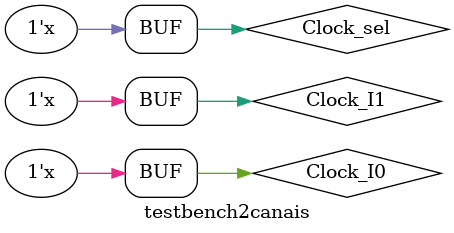
<source format=v>
module testbench2canais;
	reg Clock_I0,Clock_I1;
	reg Clock_sel;
		wire Clock_s;
parameter stop_time = 1000;

mux2_1 DUT (Clock_I0,Clock_I1,Clock_sel,Clock_s);

initial 
	begin
//		repeat(3)
//			begin
			Clock_I0 = 0; Clock_I1 = 0 ; Clock_sel = 0;
			#10;
/*			Clock_I0 = 0; Clock_I1 = 1 ; Clock_sel = 1;
			#10
			Clock_I0 = 0; Clock_I1 = 0 ; Clock_sel = 1;
			#10
			Clock_I0 = 1; Clock_I1 = 1 ; Clock_sel = 1;
			#10
			Clock_I0 = 1; Clock_I1 = 0 ; Clock_sel = 0;
			#10
			Clock_I0 = 1; Clock_I1 = 1 ; Clock_sel = 0;
			#10
			Clock_I0 = 0; Clock_I1 = 0 ; Clock_sel = 0;
			#10;
			end
*/
end
always #100 Clock_sel = ~Clock_sel;
always #10 Clock_I0 = ~Clock_I0;
always #50 Clock_I1 = ~Clock_I1;
endmodule 
</source>
